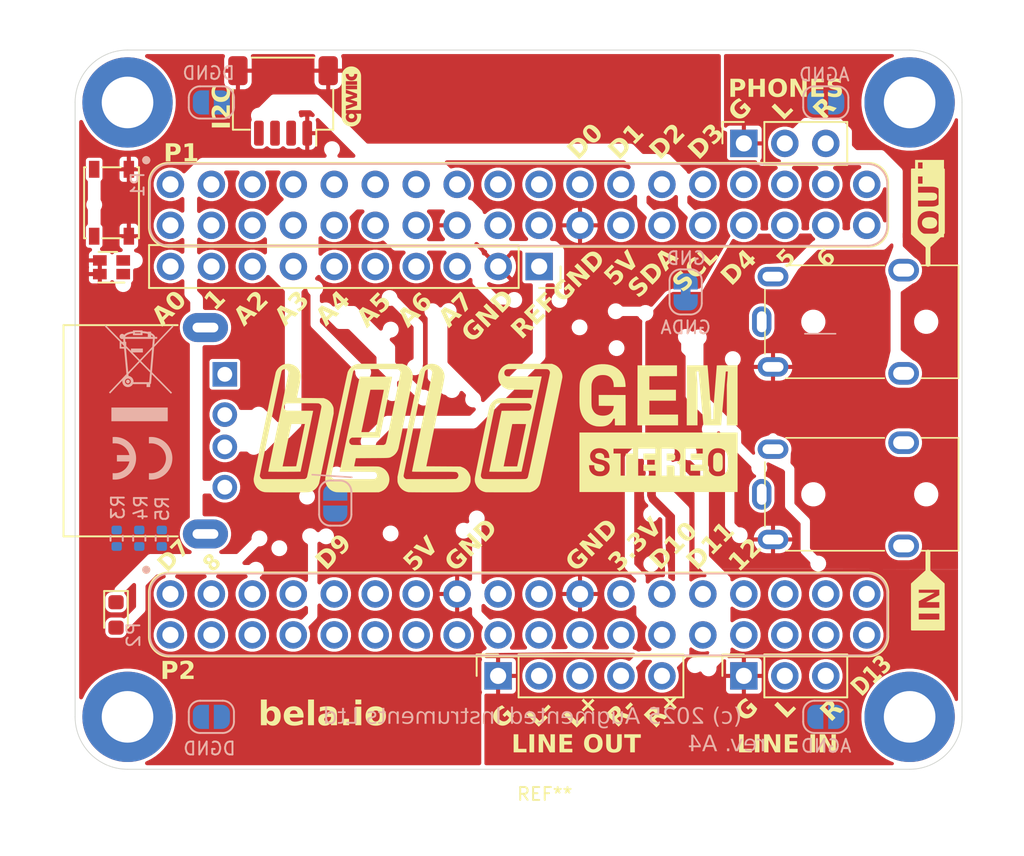
<source format=kicad_pcb>
(kicad_pcb (version 20241229) (generator "pcbnew") (generator_version "9.0")
  (title_block (title "PB2 Bela Mini Proto") (date "2024-11") (rev "rev 1.0") (company "Augmented Instruments Ltd."))
  (layers (0 "F.Cu" signal) (4 "In1.Cu" signal) (6 "In2.Cu" signal) (2 "B.Cu" signal) (13 "F.Paste" user) (15 "B.Paste" user) (5 "F.SilkS" user "F.Silkscreen") (7 "B.SilkS" user "B.Silkscreen") (1 "F.Mask" user) (3 "B.Mask" user) (25 "Edge.Cuts" user))
  (net 0 "")
  (net 1 "GND")
  (net 2 "+3V3")
  (net 3 "GNDA")
  (net 4 "/REFP")
  (net 5 "/REFIO")
  (net 6 "Net-(D1-A1)")
  (net 7 "Net-(D1-A2)")
  (net 8 "/HPR")
  (net 9 "/HPL")
  (net 10 "+5V")
  (net 11 "/analog2")
  (net 12 "/analog1")
  (net 13 "/analog3")
  (net 14 "/analog0")
  (net 15 "/AUD_BCLK")
  (net 16 "/LOutLM")
  (net 17 "/AUD_DOUT")
  (net 18 "/AUD_SCL")
  (net 19 "/AUD_DIN")
  (net 20 "/AUD_MCLK")
  (net 21 "/RESETN")
  (net 22 "/LOutRP")
  (net 23 "/AUD_WCLK")
  (net 24 "/AUD_SDA")
  (net 25 "ADC_RST{slash}")
  (net 26 "/analog4")
  (net 27 "/analog5")
  (net 28 "/analog6")
  (net 29 "/analog7")
  (net 30 "/USB_VBUS")
  (net 31 "/USB_DP")
  (net 32 "/INR")
  (net 33 "/INL")
  (net 34 "/USBGND")
  (net 35 "/SHUTDOWN_REQ{slash}")
  (net 36 "Net-(R17-Pad1)")
  (net 37 "/LED_INDICATOR_A")
  (net 38 "/LED_INDICATOR_B")
  (net 39 "/SPI2.MOSI")
  (net 40 "/SPI2.CLK")
  (net 41 "/SPI2.MISO")
  (net 42 "SPI_ADC_CNV")
  (net 43 "/USB1.ID")
  (net 46 "/OLD.DIG.10")
  (net 47 "/OLD.DIG.15")
  (net 48 "/I2C2.SDA")
  (net 49 "/OLD.DIG.8")
  (net 52 "/OLD.DIG.11")
  (net 54 "/OLD.DIG.7")
  (net 57 "/SPI0.CLK")
  (net 58 "/OLD.DIG.12")
  (net 60 "/BAT.TEMP")
  (net 61 "/USB_DN")
  (net 62 "/OLD.DIG.0")
  (net 63 "/ON_OFF_BUTTON")
  (net 64 "/OLD.DIG.13")
  (net 68 "/I2C2.SCL")
  (net 70 "/OLD.DIG.9")
  (net 74 "/BAT.VIN")
  (net 75 "/SPI0.CS")
  (net 78 "/OLD.DIG.14")
  (net 81 "/UART4.RX")
  (net 86 "Net-(JP1-A)")
  (net 87 "Net-(JP3-A)")
  (net 88 "Net-(JP4-A)")
  (net 89 "Net-(JP5-A)")
  (net 90 "Net-(D6-A)")
  (net 91 "Net-(D6-K)")
  (net 92 "/POWER_LED_DISABLE")
  (net 93 "/LOutRM")
  (net 94 "/LOutLP")
  (footprint "Button_Switch_SMD:SW_SPST_PTS810" (layer "F.Cu") (at 105.975 86.725 -90)
    (property "Reference" "S1" (hide yes))
    (property "Value" "PTS810")
    (pad "1" smd rect (at -2.075 -1.075 270) (size 1.05 0.65) (layers "F.Cu" "F.Mask" "F.Paste") (net 1 "GND"))
    (pad "1" smd rect (at 2.075 -1.075 270) (size 1.05 0.65) (layers "F.Cu" "F.Mask" "F.Paste") (net 1 "GND"))
    (pad "2" smd rect (at -2.075 1.075 270) (size 1.05 0.65) (layers "F.Cu" "F.Mask" "F.Paste") (net 36 "Net-(R17-Pad1)"))
    (pad "2" smd rect (at 2.075 1.075 270) (size 1.05 0.65) (layers "F.Cu" "F.Mask" "F.Paste") (net 36 "Net-(R17-Pad1)"))
  )
  (footprint "MountingHole:MountingHole_3.2mm_M3_DIN965_Pad" (layer "F.Cu") (at 106.968 118.605)
    (property "Reference" "H3" (hide yes))
    (property "Value" "MountingHole" (hide yes))
    (pad "1" thru_hole circle (at 0 0) (size 5.6 5.6) (drill 3.2) (layers "*.Cu" "*.Mask") (net 88 "Net-(JP4-A)"))
  )
  (footprint "LOGO" (layer "F.Cu") (at 129.794 100.696454)
    (property "Reference" "G***" (hide yes))
    (property "Value" "LOGO" (hide yes))
  )
  (footprint "Bela:PocketBeagle3D_for_Belamini" (layer "F.Cu") (at 132.588 122.2254)
    (property "Reference" "REF**" (at 0.254 1.1684 0) (layer "F.SilkS") (effects (font (size 0.8 0.8) (thickness 0.12))))
    (property "Value" "PocketBeagle3D_for_Belamini")
  )
  (footprint "Connector_PinSocket_2.54mm:PinSocket_1x10_P2.54mm_Vertical" (layer "F.Cu") (at 132.4941 90.6786 -90)
    (property "Reference" "J3" (hide yes))
    (property "Value" "Conn_01x10")
    (pad "1" thru_hole rect (at 0 0 270) (size 1.7 1.7) (drill 1) (layers "*.Cu" "*.Mask") (net 4 "/REFP"))
    (pad "2" thru_hole circle (at 0 2.54 270) (size 1.7 1.7) (drill 1) (layers "*.Cu" "*.Mask") (net 1 "GND"))
    (pad "3" thru_hole circle (at 0 5.08 270) (size 1.7 1.7) (drill 1) (layers "*.Cu" "*.Mask") (net 29 "/analog7"))
    (pad "4" thru_hole circle (at 0 7.62 270) (size 1.7 1.7) (drill 1) (layers "*.Cu" "*.Mask") (net 28 "/analog6"))
    (pad "5" thru_hole circle (at 0 10.16 270) (size 1.7 1.7) (drill 1) (layers "*.Cu" "*.Mask") (net 27 "/analog5"))
    (pad "6" thru_hole circle (at 0 12.7 270) (size 1.7 1.7) (drill 1) (layers "*.Cu" "*.Mask") (net 26 "/analog4"))
    (pad "7" thru_hole circle (at 0 15.24 270) (size 1.7 1.7) (drill 1) (layers "*.Cu" "*.Mask") (net 13 "/analog3"))
    (pad "8" thru_hole circle (at 0 17.78 270) (size 1.7 1.7) (drill 1) (layers "*.Cu" "*.Mask") (net 11 "/analog2"))
    (pad "9" thru_hole circle (at 0 20.32 270) (size 1.7 1.7) (drill 1) (layers "*.Cu" "*.Mask") (net 12 "/analog1"))
    (pad "10" thru_hole circle (at 0 22.86 270) (size 1.7 1.7) (drill 1) (layers "*.Cu" "*.Mask") (net 14 "/analog0"))
  )
  (footprint "LED_SMD:LED_0603_1608Metric" (layer "F.Cu") (at 106.2541 112.285 -90)
    (property "Reference" "D6" (hide yes))
    (property "Value" "LED")
    (pad "1" smd roundrect (at -0.7875 0 270) (size 0.875 0.95) (layers "F.Cu" "F.Mask" "F.Paste") (net 91 "Net-(D6-K)"))
    (pad "2" smd roundrect (at 0.7875 0 270) (size 0.875 0.95) (layers "F.Cu" "F.Mask" "F.Paste") (net 90 "Net-(D6-A)"))
  )
  (footprint "LED_SMD:LED_LiteOn_LTST-C19HE1WT" (layer "F.Cu") (at 105.975 90.725 -90)
    (property "Reference" "D1" (hide yes))
    (property "Value" "LTST-C195TBJRKT")
    (pad "1" smd rect (at -0.425 -0.725 270) (size 0.65 0.85) (layers "F.Cu" "F.Mask" "F.Paste") (net 6 "Net-(D1-A1)"))
    (pad "2" smd rect (at 0.425 -0.725 270) (size 0.65 0.85) (layers "F.Cu" "F.Mask" "F.Paste") (net 7 "Net-(D1-A2)"))
    (pad "3" smd rect (at 0.425 0.725 270) (size 0.65 0.85) (layers "F.Cu" "F.Mask" "F.Paste") (net 1 "GND"))
    (pad "4" smd rect (at -0.425 0.725 270) (size 0.65 0.85) (layers "F.Cu" "F.Mask" "F.Paste") (net 1 "GND"))
  )
  (footprint "Connector_PinSocket_2.54mm:PinSocket_1x03_P2.54mm_Vertical" (layer "F.Cu") (at 145.188 83.045 90)
    (property "Reference" "J2" (hide yes))
    (property "Value" "Conn_01x03")
    (pad "1" thru_hole rect (at 0 0 90) (size 1.7 1.7) (drill 1) (layers "*.Cu" "*.Mask") (net 3 "GNDA"))
    (pad "2" thru_hole circle (at 0 2.54 90) (size 1.7 1.7) (drill 1) (layers "*.Cu" "*.Mask") (net 9 "/HPL"))
    (pad "3" thru_hole circle (at 0 5.08 90) (size 1.7 1.7) (drill 1) (layers "*.Cu" "*.Mask") (net 8 "/HPR"))
  )
  (footprint "Bela:qwiic_horizontal_SMD" (layer "F.Cu") (at 116.613 80.205 180)
    (property "Reference" "J6" (hide yes))
    (property "Value" "Conn_01x04_MountingPin")
    (pad "1" smd roundrect (at -1.5 -2.205 180) (size 0.6 1.55) (layers "F.Cu" "F.Mask" "F.Paste") (net 1 "GND"))
    (pad "2" smd roundrect (at -0.5 -2.205 180) (size 0.6 1.55) (layers "F.Cu" "F.Mask" "F.Paste") (net 2 "+3V3"))
    (pad "3" smd roundrect (at 0.5 -2.205 180) (size 0.6 1.55) (layers "F.Cu" "F.Mask" "F.Paste") (net 48 "/I2C2.SDA"))
    (pad "4" smd roundrect (at 1.5 -2.205 180) (size 0.6 1.55) (layers "F.Cu" "F.Mask" "F.Paste") (net 68 "/I2C2.SCL"))
    (pad "MP" smd roundrect (at -2.8 1.67 180) (size 1.2 1.8) (layers "F.Cu" "F.Mask" "F.Paste") (roundrect_rratio 0.208333) (net 1 "GND"))
    (pad "MP" smd roundrect (at 2.8 1.67 180) (size 1.2 1.8) (layers "F.Cu" "F.Mask" "F.Paste") (roundrect_rratio 0.208333) (net 1 "GND"))
  )
  (footprint "MountingHole:MountingHole_3.2mm_M3_DIN965_Pad" (layer "F.Cu") (at 155.468 118.605)
    (property "Reference" "H4" (hide yes))
    (property "Value" "MountingHole" (hide yes))
    (pad "1" thru_hole circle (at 0 0) (size 5.6 5.6) (drill 3.2) (layers "*.Cu" "*.Mask") (net 89 "Net-(JP5-A)"))
  )
  (footprint "MountingHole:MountingHole_3.2mm_M3_DIN965_Pad" (layer "F.Cu") (at 155.468 80.505)
    (property "Reference" "H2" (hide yes))
    (property "Value" "MountingHole" (hide yes))
    (pad "1" thru_hole circle (at 0 0) (size 5.6 5.6) (drill 3.2) (layers "*.Cu" "*.Mask") (net 87 "Net-(JP3-A)"))
  )
  (footprint "Connector_PinSocket_2.54mm:PinSocket_1x05_P2.54mm_Vertical" (layer "F.Cu") (at 129.948 116.065 90)
    (property "Reference" "J9" (hide yes))
    (property "Value" "Conn_01x05")
    (pad "1" thru_hole rect (at 0 0 90) (size 1.7 1.7) (drill 1) (layers "*.Cu" "*.Mask") (net 3 "GNDA"))
    (pad "2" thru_hole circle (at 0 2.54 90) (size 1.7 1.7) (drill 1) (layers "*.Cu" "*.Mask") (net 16 "/LOutLM"))
    (pad "3" thru_hole circle (at 0 5.08 90) (size 1.7 1.7) (drill 1) (layers "*.Cu" "*.Mask") (net 94 "/LOutLP"))
    (pad "4" thru_hole circle (at 0 7.62 90) (size 1.7 1.7) (drill 1) (layers "*.Cu" "*.Mask") (net 93 "/LOutRM"))
    (pad "5" thru_hole circle (at 0 10.16 90) (size 1.7 1.7) (drill 1) (layers "*.Cu" "*.Mask") (net 22 "/LOutRP"))
  )
  (footprint "Bela:Jack_3.5mm_LumbergSubstitute" (layer "F.Cu") (at 158.496 94.105 -90)
    (property "Reference" "J8" (hide yes))
    (property "Value" "AudioJack4")
    (pad "" np_thru_hole circle (at 0 2 270) (size 1 1) (drill 1) (layers "*.Cu" "*.Mask"))
    (pad "" np_thru_hole circle (at 0 9 270) (size 1 1) (drill 1) (layers "*.Cu" "*.Mask"))
    (pad "R1" thru_hole oval (at -2.8 11.5) (size 1.9 1.2) (drill oval 1.3 0.6) (layers "*.Cu" "*.Mask") (net 8 "/HPR"))
    (pad "R2" thru_hole oval (at 2.8 11.5) (size 1.9 1.2) (drill oval 1.3 0.6) (layers "*.Cu" "*.Mask") (net 3 "GNDA"))
    (pad "S" thru_hole oval (at 0 12.2 90) (size 1.9 1.2) (drill oval 1.3 0.6) (layers "*.Cu" "*.Mask"))
    (pad "T" thru_hole oval (at -3.2 3.4) (size 1.9 1.4) (drill oval 1.3 0.8) (layers "*.Cu" "*.Mask") (net 9 "/HPL"))
    (pad "T" thru_hole oval (at 3.2 3.4) (size 1.9 1.4) (drill oval 1.3 0.8) (layers "*.Cu" "*.Mask") (net 9 "/HPL"))
  )
  (footprint "Bela:Jack_3.5mm_LumbergSubstitute" (layer "F.Cu") (at 158.496 104.805 -90)
    (property "Reference" "J7" (hide yes))
    (property "Value" "AudioJack4")
    (pad "" np_thru_hole circle (at 0 2 270) (size 1 1) (drill 1) (layers "*.Cu" "*.Mask"))
    (pad "" np_thru_hole circle (at 0 9 270) (size 1 1) (drill 1) (layers "*.Cu" "*.Mask"))
    (pad "R1" thru_hole oval (at -2.8 11.5) (size 1.9 1.2) (drill oval 1.3 0.6) (layers "*.Cu" "*.Mask") (net 32 "/INR"))
    (pad "R2" thru_hole oval (at 2.8 11.5) (size 1.9 1.2) (drill oval 1.3 0.6) (layers "*.Cu" "*.Mask") (net 3 "GNDA"))
    (pad "S" thru_hole oval (at 0 12.2 90) (size 1.9 1.2) (drill oval 1.3 0.6) (layers "*.Cu" "*.Mask"))
    (pad "T" thru_hole oval (at -3.2 3.4) (size 1.9 1.4) (drill oval 1.3 0.8) (layers "*.Cu" "*.Mask") (net 33 "/INL"))
    (pad "T" thru_hole oval (at 3.2 3.4) (size 1.9 1.4) (drill oval 1.3 0.8) (layers "*.Cu" "*.Mask") (net 33 "/INL"))
  )
  (footprint "Bela:USB_A_GCT_USB1125" (layer "F.Cu") (at 113.0004 97.3634 -90)
    (property "Reference" "J5" (hide yes))
    (property "Value" "USB_A")
    (pad "1" thru_hole rect (at 0 0 270) (size 1.524 1.524) (drill 0.92) (layers "*.Cu" "*.Mask") (net 30 "/USB_VBUS"))
    (pad "2" thru_hole circle (at 2.5 0 270) (size 1.524 1.524) (drill 0.92) (layers "*.Cu" "*.Mask") (net 61 "/USB_DN"))
    (pad "3" thru_hole circle (at 4.5 0 270) (size 1.524 1.524) (drill 0.92) (layers "*.Cu" "*.Mask") (net 31 "/USB_DP"))
    (pad "4" thru_hole circle (at 7 0 270) (size 1.524 1.524) (drill 0.92) (layers "*.Cu" "*.Mask") (net 34 "/USBGND"))
    (pad "5" thru_hole oval (at -2.9 1.2 270) (size 1.8 2.8) (drill oval 0.6 1.6) (layers "*.Cu" "*.Mask") (net 34 "/USBGND"))
    (pad "5" thru_hole oval (at 9.9 1.2 270) (size 1.8 2.8) (drill oval 0.6 1.6) (layers "*.Cu" "*.Mask") (net 34 "/USBGND"))
  )
  (footprint "MountingHole:MountingHole_3.2mm_M3_DIN965_Pad" (layer "F.Cu") (at 106.968 80.505)
    (property "Reference" "H1" (hide yes))
    (property "Value" "MountingHole" (hide yes))
    (pad "1" thru_hole circle (at 0 0) (size 5.6 5.6) (drill 3.2) (layers "*.Cu" "*.Mask") (net 86 "Net-(JP1-A)"))
  )
  (footprint "Connector_PinSocket_2.54mm:PinSocket_1x03_P2.54mm_Vertical" (layer "F.Cu") (at 145.188 116.065 90)
    (property "Reference" "J1" (hide yes))
    (property "Value" "Conn_01x03")
    (pad "1" thru_hole rect (at 0 0 90) (size 1.7 1.7) (drill 1) (layers "*.Cu" "*.Mask") (net 3 "GNDA"))
    (pad "2" thru_hole circle (at 0 2.54 90) (size 1.7 1.7) (drill 1) (layers "*.Cu" "*.Mask") (net 33 "/INL"))
    (pad "3" thru_hole circle (at 0 5.08 90) (size 1.7 1.7) (drill 1) (layers "*.Cu" "*.Mask") (net 32 "/INR"))
  )
  (footprint "Resistor_SMD:R_0402_1005Metric" (layer "B.Cu") (at 106.294446 107.529165 -90)
    (property "Reference" "R3" (at -1.929165 -0.080554 90) (layer "B.SilkS") (effects (font (size 0.8 0.8) (thickness 0.12)) (justify mirror)))
    (property "Value" "100")
    (pad "1" smd roundrect (at -0.51 0 270) (size 0.54 0.64) (layers "B.Cu" "B.Mask" "B.Paste") (net 36 "Net-(R17-Pad1)"))
    (pad "2" smd roundrect (at 0.51 0 270) (size 0.54 0.64) (layers "B.Cu" "B.Mask" "B.Paste") (net 63 "/ON_OFF_BUTTON"))
  )
  (footprint "Jumper:SolderJumper-2_P1.3mm_Open_RoundedPad1.0x1.5mm" (layer "B.Cu") (at 150.268 118.605 180)
    (property "Reference" "JP5" (hide yes))
    (property "Value" "SolderJumper_2_Open" (hide yes))
    (pad "1" smd custom (at -0.65 0 180) (size 1 0.5) (layers "B.Cu" "B.Mask") (net 89 "Net-(JP5-A)") (options (clearance outline) (anchor rect)) (primitives (gr_circle (center 0 -0.25) (end 0.5 -0.25) (width 0) (fill yes)) (gr_circle (center 0 0.25) (end 0.5 0.25) (width 0) (fill yes)) (gr_poly (pts (xy 0.5 -0.75) (xy 0 -0.75) (xy 0 0.75) (xy 0.5 0.75)) (width 0) (fill yes))))
    (pad "2" smd custom (at 0.65 0 180) (size 1 0.5) (layers "B.Cu" "B.Mask") (net 3 "GNDA") (options (clearance outline) (anchor rect)) (primitives (gr_circle (center 0 -0.25) (end 0.5 -0.25) (width 0) (fill yes)) (gr_circle (center 0 0.25) (end 0.5 0.25) (width 0) (fill yes)) (gr_poly (pts (xy 0 -0.75) (xy -0.5 -0.75) (xy -0.5 0.75) (xy 0 0.75)) (width 0) (fill yes))))
  )
  (footprint "Jumper:SolderJumper-2_P1.3mm_Bridged_RoundedPad1.0x1.5mm" (layer "B.Cu") (at 141.5796 92.2528 90)
    (property "Reference" "NT1" (hide yes))
    (property "Value" "NetTie_2")
    (fp_poly (pts (xy 0.25 0.3) (xy -0.25 0.3) (xy -0.25 -0.3) (xy 0.25 -0.3)) (fill yes) (layer "B.Cu"))
    (pad "1" smd custom (at -0.65 0 90) (size 1 0.5) (layers "B.Cu" "B.Mask") (net 3 "GNDA") (options (clearance outline) (anchor rect)) (primitives (gr_circle (center 0 -0.25) (end 0.5 -0.25) (width 0) (fill yes)) (gr_circle (center 0 0.25) (end 0.5 0.25) (width 0) (fill yes)) (gr_poly (pts (xy 0.5 -0.75) (xy 0 -0.75) (xy 0 0.75) (xy 0.5 0.75)) (width 0) (fill yes))))
    (pad "2" smd custom (at 0.65 0 90) (size 1 0.5) (layers "B.Cu" "B.Mask") (net 1 "GND") (options (clearance outline) (anchor rect)) (primitives (gr_circle (center 0 -0.25) (end 0.5 -0.25) (width 0) (fill yes)) (gr_circle (center 0 0.25) (end 0.5 0.25) (width 0) (fill yes)) (gr_poly (pts (xy 0 -0.75) (xy -0.5 -0.75) (xy -0.5 0.75) (xy 0 0.75)) (width 0) (fill yes))))
  )
  (footprint "Jumper:SolderJumper-2_P1.3mm_Open_RoundedPad1.0x1.5mm" (layer "B.Cu") (at 112.168 118.605)
    (property "Reference" "JP4" (hide yes))
    (property "Value" "SolderJumper_2_Open" (hide yes))
    (pad "1" smd custom (at -0.65 0) (size 1 0.5) (layers "B.Cu" "B.Mask") (net 88 "Net-(JP4-A)") (options (clearance outline) (anchor rect)) (primitives (gr_circle (center 0 -0.25) (end 0.5 -0.25) (width 0) (fill yes)) (gr_circle (center 0 0.25) (end 0.5 0.25) (width 0) (fill yes)) (gr_poly (pts (xy 0.5 -0.75) (xy 0 -0.75) (xy 0 0.75) (xy 0.5 0.75)) (width 0) (fill yes))))
    (pad "2" smd custom (at 0.65 0) (size 1 0.5) (layers "B.Cu" "B.Mask") (net 1 "GND") (options (clearance outline) (anchor rect)) (primitives (gr_circle (center 0 -0.25) (end 0.5 -0.25) (width 0) (fill yes)) (gr_circle (center 0 0.25) (end 0.5 0.25) (width 0) (fill yes)) (gr_poly (pts (xy 0 -0.75) (xy -0.5 -0.75) (xy -0.5 0.75) (xy 0 0.75)) (width 0) (fill yes))))
  )
  (footprint "Jumper:SolderJumper-2_P1.3mm_Open_RoundedPad1.0x1.5mm" (layer "B.Cu") (at 150.268 80.505 180)
    (property "Reference" "JP3" (hide yes))
    (property "Value" "SolderJumper_2_Open" (hide yes))
    (pad "1" smd custom (at -0.65 0 180) (size 1 0.5) (layers "B.Cu" "B.Mask") (net 87 "Net-(JP3-A)") (options (clearance outline) (anchor rect)) (primitives (gr_circle (center 0 -0.25) (end 0.5 -0.25) (width 0) (fill yes)) (gr_circle (center 0 0.25) (end 0.5 0.25) (width 0) (fill yes)) (gr_poly (pts (xy 0.5 -0.75) (xy 0 -0.75) (xy 0 0.75) (xy 0.5 0.75)) (width 0) (fill yes))))
    (pad "2" smd custom (at 0.65 0 180) (size 1 0.5) (layers "B.Cu" "B.Mask") (net 3 "GNDA") (options (clearance outline) (anchor rect)) (primitives (gr_circle (center 0 -0.25) (end 0.5 -0.25) (width 0) (fill yes)) (gr_circle (center 0 0.25) (end 0.5 0.25) (width 0) (fill yes)) (gr_poly (pts (xy 0 -0.75) (xy -0.5 -0.75) (xy -0.5 0.75) (xy 0 0.75)) (width 0) (fill yes))))
  )
  (footprint "Bela:PB2" (layer "B.Cu") (at 131.218 99.555)
    (property "Reference" "U1" (hide yes))
    (property "Value" "PocketBeagle2")
    (fp_text user "P1" (at -20.918 -15.855 0) (layer "F.SilkS") (effects (font (size 1.1 1.1) (thickness 0.1))))
    (fp_text user "P2" (at -21.118 16.245 0) (layer "F.SilkS") (effects (font (size 1.1 1.1) (thickness 0.1))))
    (fp_text user "P1" (at -23.618 -13.955 90) (layer "B.SilkS") (effects (font (size 0.8 0.8) (thickness 0.12)) (justify mirror)))
    (fp_text user "P2" (at -23.88 13.97 90) (layer "B.SilkS") (effects (font (size 0.8 0.8) (thickness 0.12)) (justify mirror)))
    (pad "P1.1" thru_hole oval (at -21.59 -13.97 270) (size 1.7 1.7) (drill 1) (layers "*.Cu" "*.Mask"))
    (pad "P1.2" thru_hole oval (at -21.59 -11.43 270) (size 1.7 1.7) (drill 1) (layers "*.Cu" "*.Mask"))
    (pad "P1.3" thru_hole oval (at -19.05 -13.97 270) (size 1.7 1.7) (drill 1) (layers "*.Cu" "*.Mask"))
    (pad "P1.4" thru_hole oval (at -19.05 -11.43 270) (size 1.7 1.7) (drill 1) (layers "*.Cu" "*.Mask"))
    (pad "P1.5" thru_hole oval (at -16.51 -13.97 270) (size 1.7 1.7) (drill 1) (layers "*.Cu" "*.Mask") (net 30 "/USB_VBUS"))
    (pad "P1.6" thru_hole oval (at -16.51 -11.43 270) (size 1.7 1.7) (drill 1) (layers "*.Cu" "*.Mask") (net 42 "SPI_ADC_CNV"))
    (pad "P1.7" thru_hole oval (at -13.97 -13.97 270) (size 1.7 1.7) (drill 1) (layers "*.Cu" "*.Mask") (net 30 "/USB_VBUS"))
    (pad "P1.8" thru_hole oval (at -13.97 -11.43 270) (size 1.7 1.7) (drill 1) (layers "*.Cu" "*.Mask") (net 40 "/SPI2.CLK"))
    (pad "P1.9" thru_hole oval (at -11.43 -13.97 270) (size 1.7 1.7) (drill 1) (layers "*.Cu" "*.Mask") (net 61 "/USB_DN"))
    (pad "P1.10" thru_hole oval (at -11.43 -11.43 270) (size 1.7 1.7) (drill 1) (layers "*.Cu" "*.Mask") (net 41 "/SPI2.MISO"))
    (pad "P1.11" thru_hole oval (at -8.89 -13.97 270) (size 1.7 1.7) (drill 1) (layers "*.Cu" "*.Mask") (net 31 "/USB_DP"))
    (pad "P1.12" thru_hole oval (at -8.89 -11.43 270) (size 1.7 1.7) (drill 1) (layers "*.Cu" "*.Mask") (net 39 "/SPI2.MOSI"))
    (pad "P1.13" thru_hole oval (at -6.35 -13.97 270) (size 1.7 1.7) (drill 1) (layers "*.Cu" "*.Mask") (net 43 "/USB1.ID"))
    (pad "P1.14" thru_hole oval (at -6.35 -11.43 270) (size 1.7 1.7) (drill 1) (layers "*.Cu" "*.Mask") (net 2 "+3V3"))
    (pad "P1.15" thru_hole oval (at -3.81 -13.97 270) (size 1.7 1.7) (drill 1) (layers "*.Cu" "*.Mask") (net 34 "/USBGND"))
    (pad "P1.16" thru_hole oval (at -3.81 -11.43 270) (size 1.7 1.7) (drill 1) (layers "*.Cu" "*.Mask") (net 1 "GND"))
    (pad "P1.17" thru_hole oval (at -1.27 -13.97 270) (size 1.7 1.7) (drill 1) (layers "*.Cu" "*.Mask"))
    (pad "P1.18" thru_hole oval (at -1.27 -11.43 270) (size 1.7 1.7) (drill 1) (layers "*.Cu" "*.Mask"))
    (pad "P1.19" thru_hole oval (at 1.27 -13.97 270) (size 1.7 1.7) (drill 1) (layers "*.Cu" "*.Mask"))
    (pad "P1.20" thru_hole oval (at 1.27 -11.43 270) (size 1.7 1.7) (drill 1) (layers "*.Cu" "*.Mask") (net 81 "/UART4.RX"))
    (pad "P1.21" thru_hole oval (at 3.81 -13.97 270) (size 1.7 1.7) (drill 1) (layers "*.Cu" "*.Mask"))
    (pad "P1.22" thru_hole oval (at 3.81 -11.43 270) (size 1.7 1.7) (drill 1) (layers "*.Cu" "*.Mask") (net 1 "GND"))
    (pad "P1.23" thru_hole oval (at 6.35 -13.97 270) (size 1.7 1.7) (drill 1) (layers "*.Cu" "*.Mask"))
    (pad "P1.24" thru_hole oval (at 6.35 -11.43 270) (size 1.7 1.7) (drill 1) (layers "*.Cu" "*.Mask") (net 10 "+5V"))
    (pad "P1.25" thru_hole oval (at 8.89 -13.97 270) (size 1.7 1.7) (drill 1) (layers "*.Cu" "*.Mask"))
    (pad "P1.26" thru_hole oval (at 8.89 -11.43 270) (size 1.7 1.7) (drill 1) (layers "*.Cu" "*.Mask") (net 48 "/I2C2.SDA"))
    (pad "P1.27" thru_hole oval (at 11.43 -13.97 270) (size 1.7 1.7) (drill 1) (layers "*.Cu" "*.Mask"))
    (pad "P1.28" thru_hole oval (at 11.43 -11.43 270) (size 1.7 1.7) (drill 1) (layers "*.Cu" "*.Mask") (net 68 "/I2C2.SCL"))
    (pad "P1.29" thru_hole oval (at 13.97 -13.97 270) (size 1.7 1.7) (drill 1) (layers "*.Cu" "*.Mask"))
    (pad "P1.30" thru_hole oval (at 13.97 -11.43 270) (size 1.7 1.7) (drill 1) (layers "*.Cu" "*.Mask") (net 47 "/OLD.DIG.15"))
    (pad "P1.31" thru_hole oval (at 16.51 -13.97 270) (size 1.7 1.7) (drill 1) (layers "*.Cu" "*.Mask"))
    (pad "P1.32" thru_hole oval (at 16.51 -11.43 270) (size 1.7 1.7) (drill 1) (layers "*.Cu" "*.Mask") (net 78 "/OLD.DIG.14"))
    (pad "P1.33" thru_hole oval (at 19.05 -13.97 270) (size 1.7 1.7) (drill 1) (layers "*.Cu" "*.Mask") (net 24 "/AUD_SDA"))
    (pad "P1.34" thru_hole oval (at 19.05 -11.43 270) (size 1.7 1.7) (drill 1) (layers "*.Cu" "*.Mask"))
    (pad "P1.35" thru_hole oval (at 21.59 -13.97 270) (size 1.7 1.7) (drill 1) (layers "*.Cu" "*.Mask") (net 64 "/OLD.DIG.13"))
    (pad "P1.36" thru_hole oval (at 21.59 -11.43 270) (size 1.7 1.7) (drill 1) (layers "*.Cu" "*.Mask") (net 18 "/AUD_SCL"))
    (pad "P2.1" thru_hole oval (at -21.59 11.43 270) (size 1.7 1.7) (drill 1) (layers "*.Cu" "*.Mask") (net 62 "/OLD.DIG.0"))
    (pad "P2.2" thru_hole oval (at -21.59 13.97 270) (size 1.7 1.7) (drill 1) (layers "*.Cu" "*.Mask") (net 37 "/LED_INDICATOR_A"))
    (pad "P2.3" thru_hole oval (at -19.05 11.43 270) (size 1.7 1.7) (drill 1) (layers "*.Cu" "*.Mask"))
    (pad "P2.4" thru_hole oval (at -19.05 13.97 270) (size 1.7 1.7) (drill 1) (layers "*.Cu" "*.Mask") (net 38 "/LED_INDICATOR_B"))
    (pad "P2.5" thru_hole oval (at -16.51 11.43 270) (size 1.7 1.7) (drill 1) (layers "*.Cu" "*.Mask") (net 17 "/AUD_DOUT"))
    (pad "P2.6" thru_hole oval (at -16.51 13.97 270) (size 1.7 1.7) (drill 1) (layers "*.Cu" "*.Mask") (net 63 "/ON_OFF_BUTTON"))
    (pad "P2.7" thru_hole oval (at -13.97 11.43 270) (size 1.7 1.7) (drill 1) (layers "*.Cu" "*.Mask") (net 19 "/AUD_DIN"))
    (pad "P2.8" thru_hole oval (at -13.97 13.97 270) (size 1.7 1.7) (drill 1) (layers "*.Cu" "*.Mask") (net 92 "/POWER_LED_DISABLE"))
    (pad "P2.9" thru_hole oval (at -11.43 11.43 270) (size 1.7 1.7) (drill 1) (layers "*.Cu" "*.Mask"))
    (pad "P2.10" thru_hole oval (at -11.43 13.97 270) (size 1.7 1.7) (drill 1) (layers "*.Cu" "*.Mask") (net 23 "/AUD_WCLK"))
    (pad "P2.11" thru_hole oval (at -8.89 11.43 270) (size 1.7 1.7) (drill 1) (layers "*.Cu" "*.Mask") (net 20 "/AUD_MCLK"))
    (pad "P2.12" thru_hole oval (at -8.89 13.97 270) (size 1.7 1.7) (drill 1) (layers "*.Cu" "*.Mask") (net 35 "/SHUTDOWN_REQ{slash}"))
    (pad "P2.13" thru_hole oval (at -6.35 11.43 270) (size 1.7 1.7) (drill 1) (layers "*.Cu" "*.Mask") (net 10 "+5V"))
    (pad "P2.14" thru_hole oval (at -6.35 13.97 270) (size 1.7 1.7) (drill 1) (layers "*.Cu" "*.Mask") (net 74 "/BAT.VIN"))
    (pad "P2.15" thru_hole oval (at -3.81 11.43 270) (size 1.7 1.7) (drill 1) (layers "*.Cu" "*.Mask") (net 1 "GND"))
    (pad "P2.16" thru_hole oval (at -3.81 13.97 270) (size 1.7 1.7) (drill 1) (layers "*.Cu" "*.Mask") (net 60 "/BAT.TEMP"))
    (pad "P2.17" thru_hole oval (at -1.27 11.43 270) (size 1.7 1.7) (drill 1) (layers "*.Cu" "*.Mask"))
    (pad "P2.18" thru_hole oval (at -1.27 13.97 270) (size 1.7 1.7) (drill 1) (layers "*.Cu" "*.Mask") (net 25 "ADC_RST{slash}"))
    (pad "P2.19" thru_hole oval (at 1.27 11.43 270) (size 1.7 1.7) (drill 1) (layers "*.Cu" "*.Mask") (net 15 "/AUD_BCLK"))
    (pad "P2.20" thru_hole oval (at 1.27 13.97 270) (size 1.7 1.7) (drill 1) (layers "*.Cu" "*.Mask") (net 54 "/OLD.DIG.7"))
    (pad "P2.21" thru_hole oval (at 3.81 11.43 270) (size 1.7 1.7) (drill 1) (layers "*.Cu" "*.Mask") (net 1 "GND"))
    (pad "P2.22" thru_hole oval (at 3.81 13.97 270) (size 1.7 1.7) (drill 1) (layers "*.Cu" "*.Mask") (net 49 "/OLD.DIG.8"))
    (pad "P2.23" thru_hole oval (at 6.35 11.43 270) (size 1.7 1.7) (drill 1) (layers "*.Cu" "*.Mask") (net 2 "+3V3"))
    (pad "P2.24" thru_hole oval (at 6.35 13.97 270) (size 1.7 1.7) (drill 1) (layers "*.Cu" "*.Mask") (net 70 "/OLD.DIG.9"))
    (pad "P2.25" thru_hole oval (at 8.89 11.43 270) (size 1.7 1.7) (drill 1) (layers "*.Cu" "*.Mask") (net 46 "/OLD.DIG.10"))
    (pad "P2.26" thru_hole oval (at 8.89 13.97 270) (size 1.7 1.7) (drill 1) (layers "*.Cu" "*.Mask") (net 21 "/RESETN"))
    (pad "P2.27" thru_hole oval (at 11.43 11.43 270) (size 1.7 1.7) (drill 1) (layers "*.Cu" "*.Mask") (net 52 "/OLD.DIG.11"))
    (pad "P2.28" thru_hole oval (at 11.43 13.97 270) (size 1.7 1.7) (drill 1) (layers "*.Cu" "*.Mask"))
    (pad "P2.29" thru_hole oval (at 13.97 11.43 270) (size 1.7 1.7) (drill 1) (layers "*.Cu" "*.Mask") (net 57 "/SPI0.CLK"))
    (pad "P2.30" thru_hole oval (at 13.97 13.97 270) (size 1.7 1.7) (drill 1) (layers "*.Cu" "*.Mask"))
    (pad "P2.31" thru_hole oval (at 16.51 11.43 270) (size 1.7 1.7) (drill 1) (layers "*.Cu" "*.Mask") (net 75 "/SPI0.CS"))
    (pad "P2.32" thru_hole oval (at 16.51 13.97 270) (size 1.7 1.7) (drill 1) (layers "*.Cu" "*.Mask"))
    (pad "P2.33" thru_hole oval (at 19.05 11.43 270) (size 1.7 1.7) (drill 1) (layers "*.Cu" "*.Mask"))
    (pad "P2.34" thru_hole oval (at 19.05 13.97 270) (size 1.7 1.7) (drill 1) (layers "*.Cu" "*.Mask"))
    (pad "P2.35" thru_hole oval (at 21.59 11.43 270) (size 1.7 1.7) (drill 1) (layers "*.Cu" "*.Mask") (net 58 "/OLD.DIG.12"))
    (pad "P2.36" thru_hole oval (at 21.59 13.97 270) (size 1.7 1.7) (drill 1) (layers "*.Cu" "*.Mask"))
  )
  (footprint "Resistor_SMD:R_0402_1005Metric" (layer "B.Cu") (at 107.696 107.529165 90)
    (property "Reference" "R4" (at 1.904165 0.104 90) (layer "B.SilkS") (effects (font (size 0.8 0.8) (thickness 0.12)) (justify mirror)))
    (property "Value" "560")
    (pad "1" smd roundrect (at -0.51 0 90) (size 0.54 0.64) (layers "B.Cu" "B.Mask" "B.Paste") (net 37 "/LED_INDICATOR_A"))
    (pad "2" smd roundrect (at 0.51 0 90) (size 0.54 0.64) (layers "B.Cu" "B.Mask" "B.Paste") (net 7 "Net-(D1-A2)"))
  )
  (footprint "Resistor_SMD:R_0402_1005Metric" (layer "B.Cu") (at 109.093 107.529165 -90)
    (property "Reference" "R5" (at -1.829165 -0.032 90) (layer "B.SilkS") (effects (font (size 0.8 0.8) (thickness 0.12)) (justify mirror)))
    (property "Value" "560")
    (pad "1" smd roundrect (at -0.51 0 270) (size 0.54 0.64) (layers "B.Cu" "B.Mask" "B.Paste") (net 6 "Net-(D1-A1)"))
    (pad "2" smd roundrect (at 0.51 0 270) (size 0.54 0.64) (layers "B.Cu" "B.Mask" "B.Paste") (net 38 "/LED_INDICATOR_B"))
  )
  (footprint "Jumper:SolderJumper-2_P1.3mm_Open_RoundedPad1.0x1.5mm" (layer "B.Cu") (at 119.85 105.35 90)
    (property "Reference" "JP2" (hide yes))
    (property "Value" "SolderJumper_2_Open")
    (pad "1" smd custom (at -0.65 0 90) (size 1 0.5) (layers "B.Cu" "B.Mask") (net 2 "+3V3") (options (clearance outline) (anchor rect)) (primitives (gr_circle (center 0 -0.25) (end 0.5 -0.25) (width 0) (fill yes)) (gr_circle (center 0 0.25) (end 0.5 0.25) (width 0) (fill yes)) (gr_poly (pts (xy 0.5 -0.75) (xy 0 -0.75) (xy 0 0.75) (xy 0.5 0.75)) (width 0) (fill yes))))
    (pad "2" smd custom (at 0.65 0 90) (size 1 0.5) (layers "B.Cu" "B.Mask") (net 5 "/REFIO") (options (clearance outline) (anchor rect)) (primitives (gr_circle (center 0 -0.25) (end 0.5 -0.25) (width 0) (fill yes)) (gr_circle (center 0 0.25) (end 0.5 0.25) (width 0) (fill yes)) (gr_poly (pts (xy 0 -0.75) (xy -0.5 -0.75) (xy -0.5 0.75) (xy 0 0.75)) (width 0) (fill yes))))
  )
  (footprint "Symbol:WEEE-Logo_4.2x6mm_SilkScreen" (layer "B.Cu") (at 107.696 97.282 180)
    (property "Reference" "G2" (hide yes))
    (property "Value" "WEEE-Logo" (hide yes))
  )
  (footprint "Jumper:SolderJumper-2_P1.3mm_Open_RoundedPad1.0x1.5mm" (layer "B.Cu") (at 112.168 80.505)
    (property "Reference" "JP1" (hide yes))
    (property "Value" "SolderJumper_2_Open" (hide yes))
    (pad "1" smd custom (at -0.65 0) (size 1 0.5) (layers "B.Cu" "B.Mask") (net 86 "Net-(JP1-A)") (options (clearance outline) (anchor rect)) (primitives (gr_circle (center 0 -0.25) (end 0.5 -0.25) (width 0) (fill yes)) (gr_circle (center 0 0.25) (end 0.5 0.25) (width 0) (fill yes)) (gr_poly (pts (xy 0.5 -0.75) (xy 0 -0.75) (xy 0 0.75) (xy 0.5 0.75)) (width 0) (fill yes))))
    (pad "2" smd custom (at 0.65 0) (size 1 0.5) (layers "B.Cu" "B.Mask") (net 1 "GND") (options (clearance outline) (anchor rect)) (primitives (gr_circle (center 0 -0.25) (end 0.5 -0.25) (width 0) (fill yes)) (gr_circle (center 0 0.25) (end 0.5 0.25) (width 0) (fill yes)) (gr_poly (pts (xy 0 -0.75) (xy -0.5 -0.75) (xy -0.5 0.75) (xy 0 0.75)) (width 0) (fill yes))))
  )
  (gr_line (start 156.6083 89.28075) (end 156.6083 90.54325) (stroke (width 0.3)) (layer "F.SilkS"))
  (gr_line (start 156.602 108.3875) (end 156.602 109.65) (stroke (width 0.3)) (layer "F.SilkS"))
  (gr_line (start 120.875 103.75) (end 118.420841 103.586973) (stroke (width 0.1)) (layer "B.SilkS"))
  (gr_poly (pts (xy 108.409447 101.24779) (xy 108.392885 101.248101) (xy 108.37633 101.248619) (xy 108.359784 101.249345) (xy 108.343247 101.250277) (xy 108.326723 101.251417) (xy 108.310214 101.252764) (xy 108.293721 101.254317) (xy 108.293721 101.651192) (xy 108.310191 101.649328) (xy 108.326689 101.647759) (xy 108.343209 101.646486) (xy 108.359748 101.645508) (xy 108.376302 101.644827) (xy 108.392866 101.644442) (xy 108.409438 101.644353) (xy 108.426012 101.644561) (xy 108.487723 101.646613) (xy 108.548675 101.652705) (xy 108.608702 101.662738) (xy 108.667633 101.676616) (xy 108.7253 101.694242) (xy 108.781535 101.715517) (xy 108.836169 101.740344) (xy 108.889033 101.768627) (xy 108.939959 101.800267) (xy 108.988777 101.835168) (xy 109.035319 101.873231) (xy 109.079417 101.91436) (xy 109.120901 101.958457) (xy 109.159604 102.005424) (xy 109.195356 102.055165) (xy 109.227988 102.107582) (xy 109.257066 102.162051) (xy 109.282267 102.217883) (xy 109.303591 102.274884) (xy 109.321038 102.332859) (xy 109.334607 102.391613) (xy 109.3443 102.450952) (xy 109.350116 102.51068) (xy 109.352054 102.570603) (xy 109.350116 102.630526) (xy 109.3443 102.690254) (xy 109.334607 102.749592) (xy 109.321037 102.808346) (xy 109.303591 102.866321) (xy 109.282267 102.923322) (xy 109.257066 102.979155) (xy 109.227988 103.033624) (xy 109.212072 103.06016) (xy 109.195355 103.08604) (xy 109.177859 103.111251) (xy 109.159604 103.135781) (xy 109.140611 103.159618) (xy 109.120901 103.182749) (xy 109.100496 103.205162) (xy 109.079417 103.226845) (xy 109.057684 103.247787) (xy 109.035319 103.267974) (xy 109.012343 103.287395) (xy 108.988777 103.306038) (xy 108.964642 103.323889) (xy 108.939958 103.340938) (xy 108.914749 103.357172) (xy 108.889033 103.372578) (xy 108.862833 103.387145) (xy 108.836169 103.400861) (xy 108.809063 103.413713) (xy 108.781535 103.425688) (xy 108.753607 103.436776) (xy 108.7253 103.446964) (xy 108.696635 103.456239) (xy 108.667633 103.464589) (xy 108.638315 103.472002) (xy 108.608701 103.478467) (xy 108.578815 103.48397) (xy 108.548675 103.488501) (xy 108.518304 103.492045) (xy 108.487722 103.494592) (xy 108.456951 103.496129) (xy 108.426012 103.496644) (xy 108.409438 103.496852) (xy 108.392866 103.496764) (xy 108.376302 103.496378) (xy 108.359748 103.495697) (xy 108.343209 103.49472) (xy 108.326689 103.493446) (xy 108.310191 103.491877) (xy 108.293721 103.490013) (xy 108.293721 103.886888) (xy 108.310214 103.888441) (xy 108.326723 103.889788) (xy 108.343247 103.890928) (xy 108.359784 103.89186) (xy 108.37633 103.892586) (xy 108.392885 103.893104) (xy 108.409447 103.893415) (xy 108.426013 103.893519) (xy 108.51417 103.890588) (xy 108.601246 103.881885) (xy 108.686997 103.867552) (xy 108.771185 103.847726) (xy 108.853567 103.822547) (xy 108.933903 103.792154) (xy 109.011951 103.756686) (xy 109.087471 103.716282) (xy 109.160221 103.671082) (xy 109.229962 103.621224) (xy 109.296451 103.566847) (xy 109.359447 103.508092) (xy 109.418711 103.445097) (xy 109.474 103.378) (xy 109.525074 103.306942) (xy 109.571692 103.232061) (xy 109.613232 103.154248) (xy 109.649233 103.074488) (xy 109.679696 102.993058) (xy 109.70462 102.910236) (xy 109.724005 102.826302) (xy 109.737852 102.741532) (xy 109.74616 102.656207) (xy 109.748929 102.570603) (xy 109.74616 102.484999) (xy 109.737852 102.399673) (xy 109.724005 102.314903) (xy 109.70462 102.230969) (xy 109.679696 102.148148) (xy 109.649233 102.066717) (xy 109.613232 101.986957) (xy 109.571692 101.909144) (xy 109.548955 101.871235) (xy 109.525074 101.834263) (xy 109.500079 101.798248) (xy 109.474 101.763205) (xy 109.446867 101.729153) (xy 109.418711 101.696109) (xy 109.389561 101.66409) (xy 109.359447 101.633113) (xy 109.328401 101.603197) (xy 109.296451 101.574358) (xy 109.263628 101.546613) (xy 109.229962 101.519981) (xy 109.195483 101.494479) (xy 109.160221 101.470124) (xy 109.124207 101.446933) (xy 109.087471 101.424923) (xy 109.050042 101.404113) (xy 109.011951 101.38452) (xy 108.973228 101.36616) (xy 108.933902 101.349052) (xy 108.894005 101.333212) (xy 108.853567 101.318658) (xy 108.812616 101.305408) (xy 108.771185 101.293479) (xy 108.729302 101.282889) (xy 108.686997 101.273653) (xy 108.644302 101.265791) (xy 108.601245 101.25932) (xy 108.557858 101.254256) (xy 108.51417 101.250618) (xy 108.470212 101.248422) (xy 108.426012 101.247686)) (stroke (width -0.000001)) (fill yes) (layer "B.SilkS"))
  (gr_line (start 148.970147 94.847581) (end 150.876 94.847581) (stroke (width 0.1)) (layer "B.SilkS"))
  (gr_poly (pts (xy 106.160488 101.24779) (xy 106.143927 101.248101) (xy 106.127372 101.248619) (xy 106.110825 101.249345) (xy 106.094289 101.250277) (xy 106.077765 101.251417) (xy 106.061256 101.252764) (xy 106.044763 101.254317) (xy 106.044763 101.651192) (xy 106.061233 101.649328) (xy 106.077731 101.647759) (xy 106.094251 101.646486) (xy 106.11079 101.645508) (xy 106.127343 101.644827) (xy 106.143908 101.644442) (xy 106.160479 101.644353) (xy 106.177054 101.644561) (xy 106.217657 101.645439) (xy 106.257875 101.648058) (xy 106.297668 101.652386) (xy 106.336994 101.658388) (xy 106.375812 101.666031) (xy 106.414081 101.675284) (xy 106.45176 101.686112) (xy 106.488807 101.698483) (xy 106.525182 101.712363) (xy 106.560844 101.72772) (xy 106.629862 101.76273) (xy 106.695533 101.803249) (xy 106.757528 101.849013) (xy 106.815517 101.899756) (xy 106.869172 101.955214) (xy 106.918164 102.015123) (xy 106.940808 102.046664) (xy 106.962163 102.079218) (xy 106.982188 102.112753) (xy 107.000842 102.147234) (xy 107.018083 102.18263) (xy 107.03387 102.218907) (xy 107.048163 102.256032) (xy 107.060919 102.293972) (xy 107.072099 102.332694) (xy 107.081661 102.372165) (xy 106.309346 102.372165) (xy 106.309346 102.76904) (xy 107.081661 102.76904) (xy 107.072099 102.808511) (xy 107.060919 102.847233) (xy 107.048163 102.885173) (xy 107.03387 102.922298) (xy 107.018083 102.958575) (xy 107.000842 102.993971) (xy 106.982188 103.028453) (xy 106.962163 103.061987) (xy 106.940808 103.094541) (xy 106.918164 103.126082) (xy 106.894271 103.156576) (xy 106.869172 103.185991) (xy 106.842907 103.214293) (xy 106.815517 103.241449) (xy 106.787044 103.267427) (xy 106.757528 103.292192) (xy 106.727011 103.315713) (xy 106.695533 103.337956) (xy 106.663137 103.358887) (xy 106.629862 103.378475) (xy 106.595751 103.396685) (xy 106.560844 103.413485) (xy 106.525182 103.428842) (xy 106.488807 103.442722) (xy 106.45176 103.455093) (xy 106.414081 103.465921) (xy 106.375812 103.475174) (xy 106.336994 103.482818) (xy 106.297668 103.48882) (xy 106.257875 103.493147) (xy 106.217657 103.495766) (xy 106.177054 103.496644) (xy 106.160479 103.496852) (xy 106.143908 103.496764) (xy 106.127343 103.496378) (xy 106.11079 103.495697) (xy 106.094251 103.49472) (xy 106.077731 103.493446) (xy 106.061233 103.491877) (xy 106.044763 103.490013) (xy 106.044763 103.886888) (xy 106.061256 103.888441) (xy 106.077765 103.889788) (xy 106.094289 103.890928) (xy 106.110825 103.89186) (xy 106.127372 103.892586) (xy 106.143927 103.893104) (xy 106.160488 103.893415) (xy 106.177054 103.893519) (xy 106.265212 103.890588) (xy 106.352287 103.881885) (xy 106.438039 103.867552) (xy 106.522226 103.847726) (xy 106.604608 103.822547) (xy 106.684944 103.792154) (xy 106.762992 103.756686) (xy 106.838512 103.716282) (xy 106.911263 103.671082) (xy 106.981003 103.621224) (xy 107.047492 103.566847) (xy 107.110489 103.508092) (xy 107.169753 103.445097) (xy 107.225042 103.378) (xy 107.276116 103.306942) (xy 107.322734 103.232061) (xy 107.364274 103.154248) (xy 107.400275 103.074488) (xy 107.430737 102.993058) (xy 107.455661 102.910236) (xy 107.475047 102.826302) (xy 107.488893 102.741532) (xy 107.497201 102.656207) (xy 107.499971 102.570603) (xy 107.497201 102.484999) (xy 107.488893 102.399673) (xy 107.475047 102.314903) (xy 107.455661 102.230969) (xy 107.430737 102.148148) (xy 107.400275 102.066717) (xy 107.364274 101.986957) (xy 107.322734 101.909144) (xy 107.299997 101.871235) (xy 107.276116 101.834263) (xy 107.251121 101.798248) (xy 107.225042 101.763205) (xy 107.197909 101.729153) (xy 107.169753 101.696109) (xy 107.140603 101.66409) (xy 107.110489 101.633113) (xy 107.079442 101.603197) (xy 107.047492 101.574358) (xy 107.014669 101.546613) (xy 106.981003 101.519981) (xy 106.946525 101.494479) (xy 106.911263 101.470124) (xy 106.875249 101.446933) (xy 106.838512 101.424923) (xy 106.801084 101.404113) (xy 106.762992 101.38452) (xy 106.724269 101.36616) (xy 106.684944 101.349052) (xy 106.645047 101.333212) (xy 106.604608 101.318658) (xy 106.563658 101.305408) (xy 106.522226 101.293479) (xy 106.480343 101.282889) (xy 106.438039 101.273653) (xy 106.395343 101.265791) (xy 106.352287 101.25932) (xy 106.3089 101.254256) (xy 106.265212 101.250618) (xy 106.221253 101.248422) (xy 106.177054 101.247686)) (stroke (width -0.000001)) (fill yes) (layer "B.SilkS"))
  (gr_line (start 155.468 77.255) (end 106.968 77.255) (stroke (width 0.05)) (layer "Edge.Cuts"))
  (gr_arc (start 106.968 121.855) (mid 104.669903 120.903097) (end 103.718 118.605) (stroke (width 0.05)) (layer "Edge.Cuts"))
  (gr_line (start 155.468 121.855) (end 106.968 121.855) (stroke (width 0.05)) (layer "Edge.Cuts"))
  (gr_arc (start 158.718 118.605) (mid 157.766097 120.903097) (end 155.468 121.855) (stroke (width 0.05)) (layer "Edge.Cuts"))
  (gr_line (start 103.718 80.505) (end 103.718 118.605) (stroke (width 0.05)) (layer "Edge.Cuts"))
  (gr_arc (start 103.718 80.505) (mid 104.669903 78.206903) (end 106.968 77.255) (stroke (width 0.05)) (layer "Edge.Cuts"))
  (gr_arc (start 155.468 77.255) (mid 157.766097 78.206903) (end 158.718 80.505) (stroke (width 0.05)) (layer "Edge.Cuts"))
  (gr_line (start 158.718 80.505) (end 158.718 118.605) (stroke (width 0.05)) (layer "Edge.Cuts"))
  (gr_text "5V" (at 138.9 90.5 45) (layer "F.SilkS") (effects (font (size 1.1 1.1) (thickness 0.1)) (justify right bottom)))
  (gr_text "R+" (at 139.8 119.5 45) (layer "F.SilkS") (effects (font (size 1.1 1.1) (thickness 0.1)) (justify left bottom)))
  (gr_text "REF" (at 133.4 92.6 45) (layer "F.SilkS") (effects (font (size 1.1 1.1) (thickness 0.1)) (justify right)))
  (gr_text "D13" (at 152.6032 117.5258 45) (layer "F.SilkS") (effects (font (size 1.1 0.9) (thickness 0.1)) (justify left bottom)))
  (gr_text "L-" (at 132.5 119.45 45) (layer "F.SilkS") (effects (font (size 1.1 1.1) (thickness 0.1)) (justify left bottom)))
  (gr_text "GND" (at 136.8 90.4 45) (layer "F.SilkS") (effects (font (size 1.1 1.1) (thickness 0.1)) (justify right bottom)))
  (gr_text "D9" (at 119.4 109.7 45) (layer "F.SilkS") (effects (font (size 1.1 1.1) (thickness 0.1)) (justify left bottom)))
  (gr_text "LINE OUT" (at 134.79 120.35 0) (layer "F.SilkS") (effects (font (size 1.1 1.1) (thickness 0.1))))
  (gr_text "L" (at 147.9 118.9 45) (layer "F.SilkS") (effects (font (size 1.1 1.1) (thickness 0.1)) (justify left bottom)))
  (gr_text "12" (at 145 109.8 45) (layer "F.SilkS") (effects (font (size 1.1 1.1) (thickness 0.1)) (justify left bottom)))
  (gr_text "G" (at 130.3 119.55 45) (layer "F.SilkS") (effects (font (size 1.1 1.1) (thickness 0.1)) (justify left bottom)))
  (gr_text "G" (at 145.4 119.1 45) (layer "F.SilkS") (effects (font (size 1.1 1.1) (thickness 0.1)) (justify left bottom)))
  (gr_text "G" (at 145 81.9 45) (layer "F.SilkS") (effects (font (size 1.1 1.1) (thickness 0.1)) (justify left bottom)))
  (gr_text "1" (at 112.8 92.4 45) (layer "F.SilkS") (effects (font (size 1.1 1.1) (thickness 0.1)) (justify right)))
  (gr_text "D2" (at 140.1 84.25 45) (layer "F.SilkS") (effects (font (size 1.1 1.1) (thickness 0.1)) (justify left bottom)))
  (gr_text "D11" (at 142.4 109.7 45) (layer "F.SilkS") (effects (font (size 1.1 1.1) (thickness 0.1)) (justify left bottom)))
  (gr_text "A0" (at 110.3841 92.5 45) (layer "F.SilkS") (effects (font (size 1.1 1.1) (thickness 0.1)) (justify right)))
  (gr_text "LINE IN" (at 147.89 120.35 0) (layer "F.SilkS") (effects (font (size 1.1 1.1) (thickness 0.1))))
  (gr_text "R" (at 150.7 119.1 45) (layer "F.SilkS") (effects (font (size 1.1 1.1) (thickness 0.1)) (justify left bottom)))
  (gr_text "IN" (at 157.7 112.75 90) (layer "F.SilkS" knockout) (effects (font (size 1.4 1.4) (thickness 0.1)) (justify left bottom)))
  (gr_text "5" (at 148.6 90.2716 45) (layer "F.SilkS") (effects (font (size 1 1) (thickness 0.1)) (justify right bottom)))
  (gr_text "GND" (at 130.7041 92.4286 45) (layer "F.SilkS") (effects (font (size 1.1 1.1) (thickness 0.1)) (justify right)))
  (gr_text "A5" (at 123.0841 92.6 45) (layer "F.SilkS") (effects (font (size 1.1 1.1) (thickness 0.1)) (justify right)))
  (gr_text "A7" (at 128.1641 92.6 45) (layer "F.SilkS") (effects (font (size 1.1 1.1) (thickness 0.1)) (justify right)))
  (gr_text "3.3V" (at 137.55 109.8 45) (layer "F.SilkS") (effects (font (size 1.1 1.1) (thickness 0.1)) (justify left bottom)))
  (gr_text "GND" (at 127.4064 109.8 45) (layer "F.SilkS") (effects (font (size 1.1 1.1) (thickness 0.1)) (justify left bottom)))
  (gr_text "R" (at 150.268 81.8 45) (layer "F.SilkS") (effects (font (size 1.1 1.1) (thickness 0.1)) (justify left bottom)))
  (gr_text "R-" (at 137.45 119.45 45) (layer "F.SilkS") (effects (font (size 1.1 1.1) (thickness 0.1)) (justify left bottom)))
  (gr_text "5V" (at 124.85 109.8 45) (layer "F.SilkS") (effects (font (size 1.1 1.1) (thickness 0.1)) (justify left bottom)))
  (gr_text "L+" (at 134.85 119.5 45) (layer "F.SilkS") (effects (font (size 1.1 1.1) (thickness 0.1)) (justify left bottom)))
  (gr_text "SCL" (at 143.8 90.2 45) (layer "F.SilkS") (effects (font (size 1.1 1.1) (thickness 0.1)) (justify right bottom)))
  (gr_text "bela.io" (at 115.062 119.38 0) (layer "F.SilkS") (effects (font (size 1.5 1.5) (thickness 0.3) (bold yes)) (justify left bottom)))
  (gr_text "D7" (at 109.52486 109.8 45) (layer "F.SilkS") (effects (font (size 1 1) (thickness 0.1)) (justify left bottom)))
  (gr_text "D4" (at 146.2 90.4 45) (layer "F.SilkS") (effects (font (size 1.1 1.1) (thickness 0.1)) (justify right bottom)))
  (gr_text "L" (at 147.728 81.8 45) (layer "F.SilkS") (effects (font (size 1.1 1.1) (thickness 0.1)) (justify left bottom)))
  (gr_text "A2" (at 115.4641 92.5 45) (layer "F.SilkS") (effects (font (size 1.1 1.1) (thickness 0.1)) (justify right)))
  (gr_text "OUT" (at 157.655114 88.806002 90) (layer "F.SilkS" knockout) (effects (font (size 1.4 1.4) (thickness 0.1)) (justify left bottom)))
  (gr_text "D1" (at 137.55 84.25 45) (layer "F.SilkS") (effects (font (size 1.1 1.1) (thickness 0.1)) (justify left bottom)))
  (gr_text "8" (at 112.3442 109.8042 45) (layer "F.SilkS") (effects (font (size 1 0.9) (thickness 0.1)) (justify left bottom)))
  (gr_text "SDA" (at 141.3 90.3 45) (layer "F.SilkS") (effects (font (size 1.1 1.1) (thickness 0.1)) (justify right bottom)))
  (gr_text "A4" (at 120.5441 92.5 45) (layer "F.SilkS") (effects (font (size 1.1 1.1) (thickness 0.1)) (justify right)))
  (gr_text "PHONES" (at 147.8 79.7 0) (layer "F.SilkS") (effects (font (size 1.1 1.1) (thickness 0.1))))
  (gr_text "D0" (at 135.01 84.25 45) (layer "F.SilkS") (effects (font (size 1.1 1.1) (thickness 0.1)) (justify left bottom)))
  (gr_text "A3" (at 118 92.5 45) (layer "F.SilkS") (effects (font (size 1.1 1.1) (thickness 0.1)) (justify right)))
  (gr_text "A6" (at 125.6241 92.6 45) (layer "F.SilkS") (effects (font (size 1.1 1.1) (thickness 0.1)) (justify right)))
  (gr_text "6" (at 151.0792 90.2716 45) (layer "F.SilkS") (effects (font (size 1 1) (thickness 0.1)) (justify right bottom)))
  (gr_text "I2C" (at 113.503 82.195 90) (layer "F.SilkS") (effects (font (size 1.1 1.1) (thickness 0.1)) (justify left bottom)))
  (gr_text "D3" (at 142.5 84.25 45) (layer "F.SilkS") (effects (font (size 1.1 1.1) (thickness 0.1)) (justify left bottom)))
  (gr_text "D10" (at 140.1 109.7 45) (layer "F.SilkS") (effects (font (size 1.1 1.1) (thickness 0.1)) (justify left bottom)))
  (gr_text "GND" (at 134.9 109.8 45) (layer "F.SilkS") (effects (font (size 1.1 1.1) (thickness 0.1)) (justify left bottom)))
  (gr_text "DGND" (at 113.694191 79.150695 0) (layer "B.SilkS") (effects (font (size 0.8 0.8) (thickness 0.12)) (justify left bottom mirror)))
  (gr_text "GND" (at 141.609069 90.632829 0) (layer "B.SilkS") (effects (font (size 0.8 0.8) (thickness 0.12)) (justify bottom mirror)))
  (gr_text "AGND" (at 151.930111 120.875928 0) (layer "B.SilkS") (effects (font (size 0.8 0.8) (thickness 0.12)) (justify left bottom mirror)))
  (gr_text "(c) 2025 Augmented Instruments Ltd" (at 132.08 118.618 0) (layer "B.SilkS") (effects (font (size 1 1) (thickness 0.12)) (justify mirror)))
  (gr_text "AGND" (at 151.81869 79.247227 0) (layer "B.SilkS") (effects (font (size 0.8 0.8) (thickness 0.12)) (justify left bottom mirror)))
  (gr_text "rev. A4" (at 146.558 120.904 0) (layer "B.SilkS") (effects (font (size 1 1) (thickness 0.1)) (justify left bottom mirror)))
  (gr_text "DGND" (at 113.745512 121.040251 0) (layer "B.SilkS") (effects (font (size 0.8 0.8) (thickness 0.12)) (justify left bottom mirror)))
  (gr_text "GNDA" (at 141.584561 93.986677 0) (layer "B.SilkS") (effects (font (size 0.8 0.8) (thickness 0.12)) (justify top mirror)))
  (zone (net 1) (net_name "GND") (layers "F.Cu" "In1.Cu" "In2.Cu") (priority 2) (connect_pads (clearance 0.19)) (min_thickness 0.25) (fill yes (thermal_gap 0.2532) (thermal_bridge_width 0.2532) (smoothing chamfer))
    (polygon (pts (xy 99.06 76.2) (xy 99.06 121.92) (xy 162.56 121.92) (xy 162.56 76.2)))
  )
  (zone (net 3) (net_name "GNDA") (layers "F.Cu" "In1.Cu" "In2.Cu") (priority 3) (connect_pads (clearance 0.19)) (min_thickness 0.2032) (fill yes (thermal_gap 0.2532) (thermal_bridge_width 0.2532))
    (polygon (pts (xy 158.807 109.45) (xy 158.807 121.92) (xy 129.1 121.85) (xy 129.1 114.65) (xy 134.2788 114.6) (xy 139.85 114.65) (xy 140.4952 114.344379) (xy 140.4952 109.403907)))
  )
  (zone (net 3) (net_name "GNDA") (layers "F.Cu" "In1.Cu" "In2.Cu") (priority 3) (connect_pads thru_hole_only (clearance 0.19)) (min_thickness 0.2032) (fill yes (thermal_gap 0.2532) (thermal_bridge_width 0.2532) (smoothing chamfer) (radius 0.2))
    (polygon (pts (xy 158.85 88.6) (xy 158.807 109.45) (xy 140.4952 109.403907) (xy 140.333619 108.100205) (xy 140.326445 106.242445) (xy 139.1888 105.1048) (xy 139.1888 102.079997) (xy 139.071491 101.92) (xy 139.076 93.9526) (xy 140.5796 92.2528) (xy 142.5796 92.2528) (xy 144.664 88.646)))
  )
  (zone (net 3) (net_name "GNDA") (layers "F.Cu" "In1.Cu" "In2.Cu") (priority 3) (connect_pads (clearance 0.19)) (min_thickness 0.2032) (fill yes (thermal_gap 0.2532) (thermal_bridge_width 0.2532))
    (polygon (pts (xy 158.807 88.9) (xy 158.807 76.2) (xy 143.955025 76.2) (xy 143.959688 84.23207) (xy 153.289 84.255) (xy 154.1272 85.197036) (xy 154.1272 88.9)))
  )
  (zone (net 0) (net_name "") (layer "F.SilkS") (connect_pads (clearance 0.2032)) (min_thickness 0.1) (fill yes (thermal_gap 0.5) (thermal_bridge_width 0.5))
    (polygon (pts (xy 155.55 110.335739) (xy 156.602 109.385739) (xy 157.64 110.335739) (xy 157.65 113.25) (xy 156.65 113.25) (xy 155.55 113.25)))
  )
  (zone (net 0) (net_name "") (layer "F.SilkS") (connect_pads (clearance 0.2032)) (min_thickness 0.1) (fill yes (thermal_gap 0.5) (thermal_bridge_width 0.5))
    (polygon (pts (xy 155.55 84.6) (xy 156.6 84.6) (xy 157.65 84.6) (xy 157.649964 88.625833) (xy 156.599964 89.625833) (xy 155.549964 88.675833)))
  )
)
</source>
